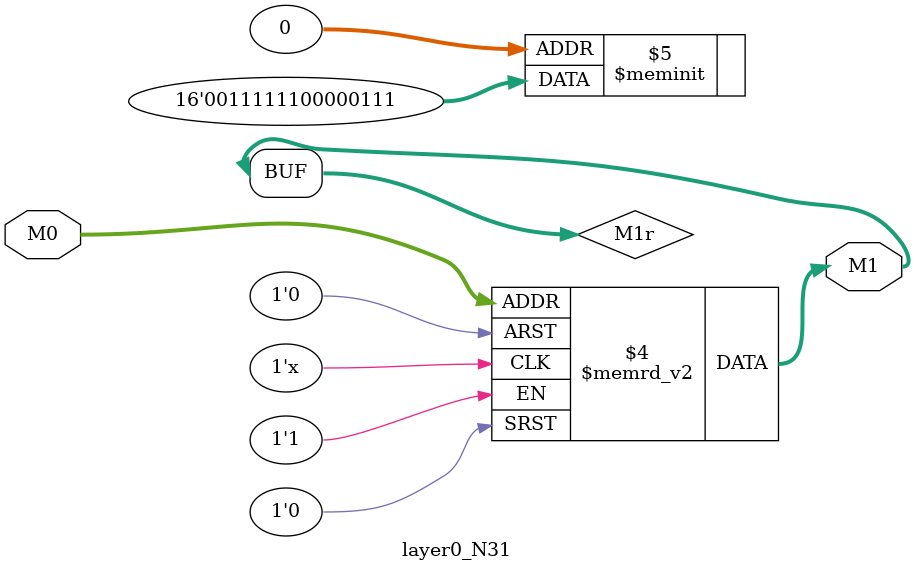
<source format=v>
module layer0_N31 ( input [2:0] M0, output [1:0] M1 );

	(*rom_style = "distributed" *) reg [1:0] M1r;
	assign M1 = M1r;
	always @ (M0) begin
		case (M0)
			3'b000: M1r = 2'b11;
			3'b100: M1r = 2'b11;
			3'b010: M1r = 2'b00;
			3'b110: M1r = 2'b11;
			3'b001: M1r = 2'b01;
			3'b101: M1r = 2'b11;
			3'b011: M1r = 2'b00;
			3'b111: M1r = 2'b00;

		endcase
	end
endmodule

</source>
